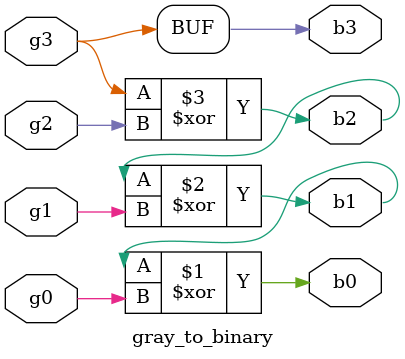
<source format=v>
`timescale 1ns / 1ps


module gray_to_binary(input g0,g1,g2,g3,output b0,b1,b2,b3);
assign b0=b1^g0;
assign b1=b2^g1;
assign b2=b3^g2;
assign b3=g3;
endmodule

</source>
